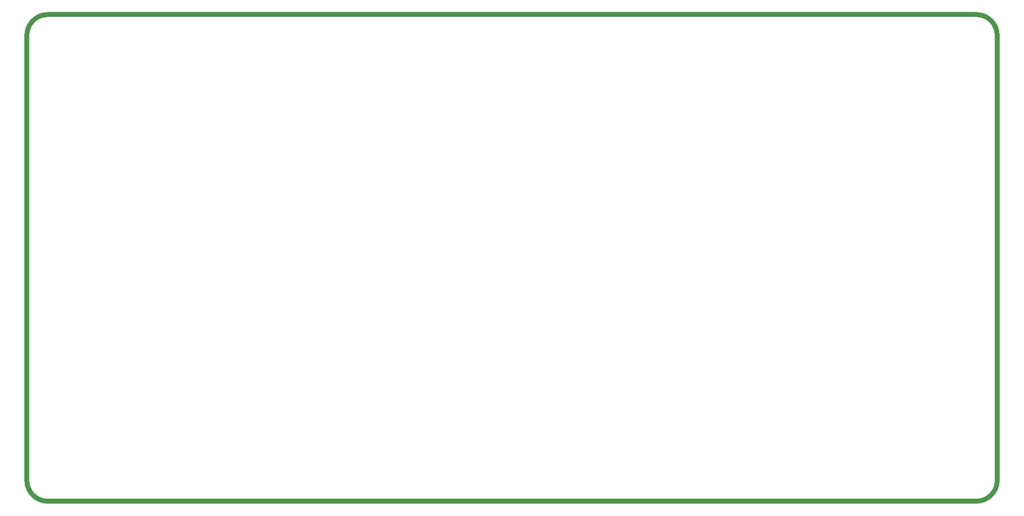
<source format=gbr>
%TF.GenerationSoftware,KiCad,Pcbnew,(5.1.6-0-10_14)*%
%TF.CreationDate,2020-10-31T17:57:06+01:00*%
%TF.ProjectId,FM_Receiver,464d5f52-6563-4656-9976-65722e6b6963,rev?*%
%TF.SameCoordinates,Original*%
%TF.FileFunction,Profile,NP*%
%FSLAX46Y46*%
G04 Gerber Fmt 4.6, Leading zero omitted, Abs format (unit mm)*
G04 Created by KiCad (PCBNEW (5.1.6-0-10_14)) date 2020-10-31 17:57:06*
%MOMM*%
%LPD*%
G01*
G04 APERTURE LIST*
%TA.AperFunction,Profile*%
%ADD10C,1.000000*%
%TD*%
G04 APERTURE END LIST*
D10*
X230616000Y-64332000D02*
G75*
G02*
X234934000Y-68650000I0J-4318000D01*
G01*
X234934000Y-160090000D02*
G75*
G02*
X230616000Y-164408000I-4318000J0D01*
G01*
X39862000Y-164408000D02*
G75*
G02*
X35544000Y-160090000I0J4318000D01*
G01*
X35544000Y-68650000D02*
G75*
G02*
X39862000Y-64332000I4318000J0D01*
G01*
X39862000Y-64332000D02*
X230616000Y-64332000D01*
X234934000Y-68650000D02*
X234934000Y-160090000D01*
X230616000Y-164408000D02*
X39862000Y-164408000D01*
X35544000Y-160090000D02*
X35544000Y-68650000D01*
M02*

</source>
